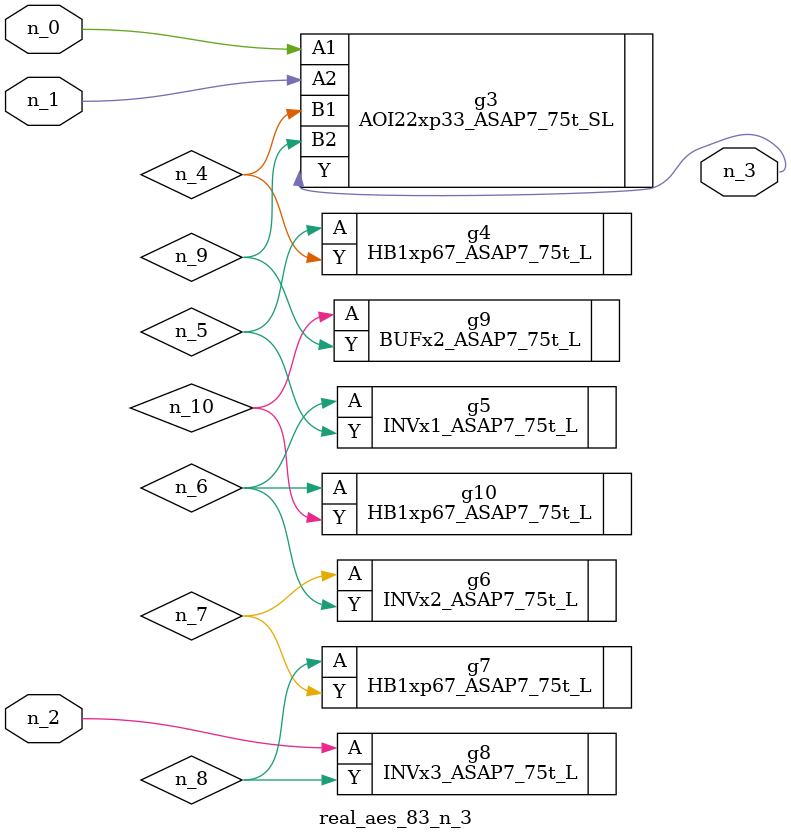
<source format=v>
module real_aes_83_n_3 (n_0, n_2, n_1, n_3);
input n_0;
input n_2;
input n_1;
output n_3;
wire n_4;
wire n_5;
wire n_7;
wire n_9;
wire n_6;
wire n_8;
wire n_10;
AOI22xp33_ASAP7_75t_SL g3 ( .A1(n_0), .A2(n_1), .B1(n_4), .B2(n_9), .Y(n_3) );
INVx3_ASAP7_75t_L g8 ( .A(n_2), .Y(n_8) );
HB1xp67_ASAP7_75t_L g4 ( .A(n_5), .Y(n_4) );
INVx1_ASAP7_75t_L g5 ( .A(n_6), .Y(n_5) );
HB1xp67_ASAP7_75t_L g10 ( .A(n_6), .Y(n_10) );
INVx2_ASAP7_75t_L g6 ( .A(n_7), .Y(n_6) );
HB1xp67_ASAP7_75t_L g7 ( .A(n_8), .Y(n_7) );
BUFx2_ASAP7_75t_L g9 ( .A(n_10), .Y(n_9) );
endmodule
</source>
